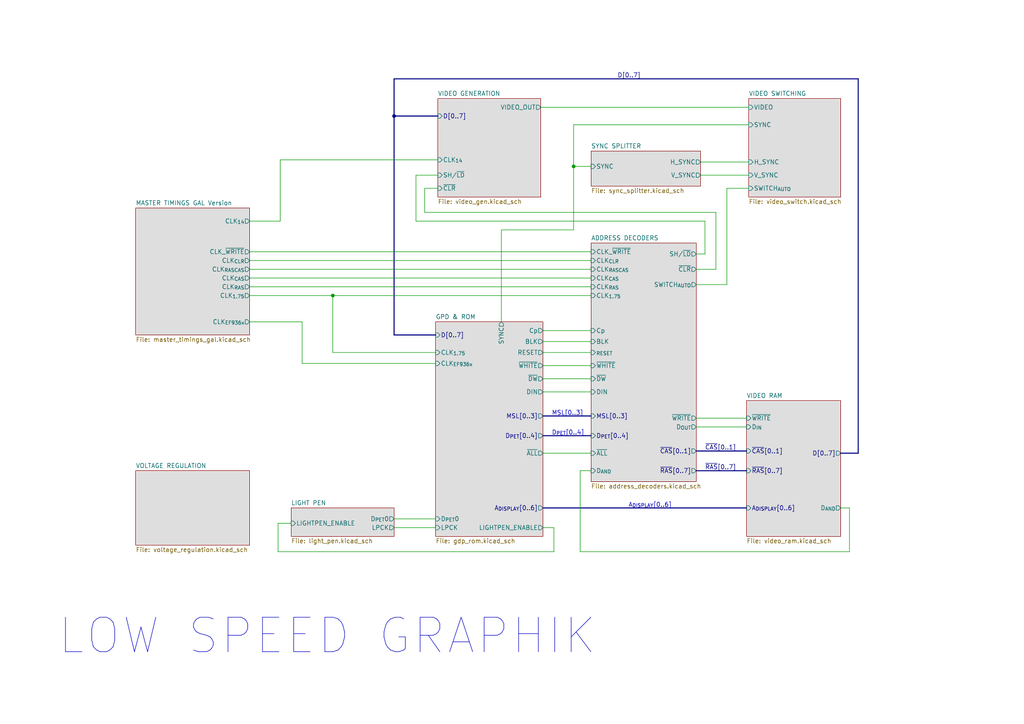
<source format=kicad_sch>
(kicad_sch (version 20211123) (generator eeschema)
  (paper "A4")
  (title_block (title "LOW SPEED GRAPHIK") (date "2022-03-13") (rev "V001") (comment 1 "reverse-engineered in 2022") (comment 2 "creativecommons.org/licenses/by/4.0/") (comment 3 "License: CC BY 4.0") (comment 4 "Author: InsaneDruid"))
  (lib_symbols)
  (junction (at 96.52 85.725))
  (junction (at 114.3 33.655))
  (junction (at 166.37 48.26))
  (wire (pts (xy 207.645 61.595) (xy 123.19 61.595)))
  (wire (pts (xy 210.82 54.61) (xy 217.17 54.61)))
  (bus (pts (xy 114.3 97.155) (xy 126.365 97.155)))
  (wire (pts (xy 246.38 147.32) (xy 246.38 160.02)))
  (wire (pts (xy 166.37 48.26) (xy 171.45 48.26)))
  (wire (pts (xy 157.48 109.855) (xy 171.45 109.855)))
  (wire (pts (xy 72.39 80.645) (xy 171.45 80.645)))
  (bus (pts (xy 114.3 22.86) (xy 248.92 22.86)))
  (wire (pts (xy 96.52 85.725) (xy 96.52 102.235)))
  (wire (pts (xy 120.65 50.8) (xy 127 50.8)))
  (wire (pts (xy 160.655 160.02) (xy 160.655 153.035)))
  (wire (pts (xy 210.82 82.55) (xy 210.82 54.61)))
  (wire (pts (xy 157.48 131.445) (xy 171.45 131.445)))
  (bus (pts (xy 114.3 22.86) (xy 114.3 33.655)))
  (wire (pts (xy 207.645 61.595) (xy 207.645 78.105)))
  (wire (pts (xy 157.48 113.665) (xy 171.45 113.665)))
  (wire (pts (xy 72.39 78.105) (xy 171.45 78.105)))
  (bus (pts (xy 157.48 147.32) (xy 216.535 147.32)))
  (wire (pts (xy 204.47 73.66) (xy 204.47 64.135)))
  (wire (pts (xy 72.39 93.345) (xy 87.63 93.345)))
  (wire (pts (xy 120.65 64.135) (xy 120.65 50.8)))
  (wire (pts (xy 157.48 102.235) (xy 171.45 102.235)))
  (wire (pts (xy 243.84 147.32) (xy 246.38 147.32)))
  (wire (pts (xy 168.275 160.02) (xy 168.275 136.525)))
  (wire (pts (xy 80.645 160.02) (xy 80.645 151.765)))
  (wire (pts (xy 168.275 136.525) (xy 171.45 136.525)))
  (wire (pts (xy 81.28 64.135) (xy 81.28 46.355)))
  (wire (pts (xy 157.48 99.06) (xy 171.45 99.06)))
  (bus (pts (xy 114.3 33.655) (xy 114.3 97.155)))
  (wire (pts (xy 246.38 160.02) (xy 168.275 160.02)))
  (bus (pts (xy 157.48 120.65) (xy 171.45 120.65)))
  (wire (pts (xy 96.52 102.235) (xy 126.365 102.235)))
  (bus (pts (xy 248.92 131.445) (xy 243.84 131.445)))
  (wire (pts (xy 72.39 75.565) (xy 171.45 75.565)))
  (wire (pts (xy 145.415 66.675) (xy 166.37 66.675)))
  (wire (pts (xy 203.2 46.99) (xy 217.17 46.99)))
  (bus (pts (xy 157.48 126.365) (xy 171.45 126.365)))
  (wire (pts (xy 123.19 54.61) (xy 127 54.61)))
  (wire (pts (xy 114.3 153.035) (xy 126.365 153.035)))
  (wire (pts (xy 160.655 153.035) (xy 157.48 153.035)))
  (wire (pts (xy 72.39 85.725) (xy 96.52 85.725)))
  (wire (pts (xy 72.39 83.185) (xy 171.45 83.185)))
  (wire (pts (xy 157.48 106.045) (xy 171.45 106.045)))
  (wire (pts (xy 123.19 61.595) (xy 123.19 54.61)))
  (wire (pts (xy 72.39 64.135) (xy 81.28 64.135)))
  (bus (pts (xy 201.93 130.81) (xy 216.535 130.81)))
  (wire (pts (xy 87.63 105.41) (xy 126.365 105.41)))
  (bus (pts (xy 248.92 22.86) (xy 248.92 131.445)))
  (wire (pts (xy 166.37 36.195) (xy 166.37 48.26)))
  (wire (pts (xy 201.93 73.66) (xy 204.47 73.66)))
  (wire (pts (xy 160.655 160.02) (xy 80.645 160.02)))
  (wire (pts (xy 156.845 31.115) (xy 217.17 31.115)))
  (wire (pts (xy 145.415 93.345) (xy 145.415 66.675)))
  (wire (pts (xy 157.48 95.885) (xy 171.45 95.885)))
  (wire (pts (xy 72.39 73.025) (xy 171.45 73.025)))
  (wire (pts (xy 114.3 150.495) (xy 126.365 150.495)))
  (wire (pts (xy 201.93 121.285) (xy 216.535 121.285)))
  (wire (pts (xy 87.63 93.345) (xy 87.63 105.41)))
  (wire (pts (xy 80.645 151.765) (xy 84.455 151.765)))
  (wire (pts (xy 201.93 82.55) (xy 210.82 82.55)))
  (bus (pts (xy 114.3 33.655) (xy 127 33.655)))
  (bus (pts (xy 201.93 136.525) (xy 216.535 136.525)))
  (wire (pts (xy 81.28 46.355) (xy 127 46.355)))
  (wire (pts (xy 217.17 36.195) (xy 166.37 36.195)))
  (wire (pts (xy 204.47 64.135) (xy 120.65 64.135)))
  (wire (pts (xy 166.37 48.26) (xy 166.37 66.675)))
  (wire (pts (xy 171.45 85.725) (xy 96.52 85.725)))
  (wire (pts (xy 201.93 78.105) (xy 207.645 78.105)))
  (wire (pts (xy 203.2 50.8) (xy 217.17 50.8)))
  (wire (pts (xy 201.93 123.825) (xy 216.535 123.825)))
  (text "D_{PET}[0..4]" (at 160.02 126.365 0) (effects (font (size 1.27 1.27)) (justify left bottom)))
  (text "A_{DISPLAY}[0..6]" (at 182.245 147.32 0) (effects (font (size 1.27 1.27)) (justify left bottom)))
  (text "LOW SPEED GRAPHIK" (at 16.51 190.5 0) (effects (font (size 10 10)) (justify left bottom)))
  (text "MSL[0..3]" (at 160.02 120.65 0) (effects (font (size 1.27 1.27)) (justify left bottom)))
  (label "~{RAS}[0..7]" (at 204.47 136.525 0))
  (label "D[0..7]" (at 179.07 22.86 0))
  (label "~{CAS}[0..1]" (at 204.47 130.81 0))
  (sheet (at 171.45 43.815) (size 31.75 10.16) (stroke (width 0.1524)) (fill (color 222 222 222 1.0000))
    (property "Sheet name" "SYNC SPLITTER" (at 171.45 43.1034 0) (effects (justify left bottom)))
    (property "Sheet file" "sync_splitter.kicad_sch" (at 171.45 54.5596 0) (effects (justify left top)))
    (pin "SYNC" input (at 171.45 48.26 180))
    (pin "H_SYNC" output (at 203.2 46.99 0))
    (pin "V_SYNC" output (at 203.2 50.8 0))
  )
  (sheet (at 171.45 70.485) (size 30.48 69.215) (stroke (width 0.1524)) (fill (color 222 222 222 1.0000))
    (property "Sheet name" "ADDRESS DECODERS" (at 171.45 69.7734 0) (effects (justify left bottom)))
    (property "Sheet file" "address_decoders.kicad_sch" (at 171.45 140.2846 0) (effects (justify left top)))
    (pin "~{DW}" input (at 171.45 109.855 180))
    (pin "CLK_{RAS}" input (at 171.45 83.185 180))
    (pin "CLK_{CAS}" input (at 171.45 80.645 180))
    (pin "~{CLR}" output (at 201.93 78.105 0))
    (pin "~{WHITE}" input (at 171.45 106.045 180))
    (pin "~{ALL}" input (at 171.45 131.445 180))
    (pin "_{RESET}" input (at 171.45 102.235 180))
    (pin "Cp" input (at 171.45 95.885 180))
    (pin "BLK" input (at 171.45 99.06 180))
    (pin "SH{slash}~{LD}" output (at 201.93 73.66 0))
    (pin "~{WRITE}" output (at 201.93 121.285 0))
    (pin "CLK_{1.75}" input (at 171.45 85.725 180))
    (pin "CLK_~{WRITE}" input (at 171.45 73.025 180))
    (pin "D_{AND}" input (at 171.45 136.525 180))
    (pin "SWITCH_{AUTO}" output (at 201.93 82.55 0))
    (pin "D_{OUT}" output (at 201.93 123.825 0))
    (pin "DIN" input (at 171.45 113.665 180))
    (pin "MSL[0..3]" input (at 171.45 120.65 180))
    (pin "D_{PET}[0..4]" input (at 171.45 126.365 180))
    (pin "~{RAS}[0..7]" output (at 201.93 136.525 0))
    (pin "~{CAS}[0..1]" output (at 201.93 130.81 0))
    (pin "CLK_{CLR}" input (at 171.45 75.565 180))
    (pin "CLK_{RASCAS}" input (at 171.45 78.105 180))
  )
  (sheet (at 84.455 147.32) (size 29.845 8.255) (stroke (width 0.1524)) (fill (color 222 222 222 1.0000))
    (property "Sheet name" "LIGHT PEN" (at 84.455 146.6084 0) (effects (justify left bottom)))
    (property "Sheet file" "light_pen.kicad_sch" (at 84.455 156.1596 0) (effects (justify left top)))
    (pin "LPCK" output (at 114.3 153.035 0))
    (pin "LIGHTPEN_ENABLE" input (at 84.455 151.765 180))
    (pin "D_{PET}0" output (at 114.3 150.495 0))
  )
  (sheet (at 126.365 93.345) (size 31.115 62.23) (stroke (width 0.1524)) (fill (color 222 222 222 1.0000))
    (property "Sheet name" "GPD & ROM" (at 126.365 92.6334 0) (effects (justify left bottom)))
    (property "Sheet file" "gdp_rom.kicad_sch" (at 126.365 156.1596 0) (effects (justify left top)))
    (pin "LPCK" input (at 126.365 153.035 180))
    (pin "LIGHTPEN_ENABLE" output (at 157.48 153.035 0))
    (pin "~{ALL}" output (at 157.48 131.445 0))
    (pin "Cp" output (at 157.48 95.885 0))
    (pin "~{WHITE}" output (at 157.48 106.045 0))
    (pin "~{DW}" output (at 157.48 109.855 0))
    (pin "DIN" output (at 157.48 113.665 0))
    (pin "BLK" output (at 157.48 99.06 0))
    (pin "CLK_{1.75}" input (at 126.365 102.235 180))
    (pin "SYNC" output (at 145.415 93.345 90))
    (pin "RESET" output (at 157.48 102.235 0))
    (pin "MSL[0..3]" output (at 157.48 120.65 0))
    (pin "A_{DISPLAY}[0..6]" output (at 157.48 147.32 0))
    (pin "D_{PET}[0..4]" output (at 157.48 126.365 0))
    (pin "D[0..7]" input (at 126.365 97.155 180))
    (pin "D_{PET}0" input (at 126.365 150.495 180))
    (pin "CLK_{EF936x}" input (at 126.365 105.41 180))
  )
  (sheet (at 39.37 60.325) (size 33.02 36.83) (stroke (width 0.1524)) (fill (color 222 222 222 1.0000))
    (property "Sheet name" "MASTER TIMINGS GAL Version" (at 39.37 59.6134 0) (effects (justify left bottom)))
    (property "Sheet file" "master_timings_gal.kicad_sch" (at 39.37 97.7396 0) (effects (justify left top)))
    (pin "CLK_{14}" output (at 72.39 64.135 0))
    (pin "CLK_{RAS}" output (at 72.39 83.185 0))
    (pin "CLK_~{WRITE}" output (at 72.39 73.025 0))
    (pin "CLK_{EF936x}" output (at 72.39 93.345 0))
    (pin "CLK_{CAS}" output (at 72.39 80.645 0))
    (pin "CLK_{1.75}" output (at 72.39 85.725 0))
    (pin "CLK_{CLR}" output (at 72.39 75.565 0))
    (pin "CLK_{RASCAS}" output (at 72.39 78.105 0))
  )
  (sheet (at 216.535 116.205) (size 27.305 39.37) (stroke (width 0.1524)) (fill (color 222 222 222 1.0000))
    (property "Sheet name" "VIDEO RAM" (at 216.535 115.4934 0) (effects (justify left bottom)))
    (property "Sheet file" "video_ram.kicad_sch" (at 216.535 156.1596 0) (effects (justify left top)))
    (pin "~{WRITE}" input (at 216.535 121.285 180))
    (pin "D_{IN}" input (at 216.535 123.825 180))
    (pin "D_{AND}" output (at 243.84 147.32 0))
    (pin "A_{DISPLAY}[0..6]" input (at 216.535 147.32 180))
    (pin "D[0..7]" output (at 243.84 131.445 0))
    (pin "~{RAS}[0..7]" input (at 216.535 136.525 180))
    (pin "~{CAS}[0..1]" input (at 216.535 130.81 180))
  )
  (sheet (at 127 28.575) (size 29.845 28.575) (stroke (width 0.1524)) (fill (color 222 222 222 1.0000))
    (property "Sheet name" "VIDEO GENERATION" (at 127 27.8634 0) (effects (justify left bottom)))
    (property "Sheet file" "video_gen.kicad_sch" (at 127 57.7346 0) (effects (justify left top)))
    (pin "VIDEO_OUT" output (at 156.845 31.115 0))
    (pin "~{CLR}" input (at 127 54.61 180))
    (pin "SH{slash}~{LD}" input (at 127 50.8 180))
    (pin "CLK_{14}" input (at 127 46.355 180))
    (pin "D[0..7]" input (at 127 33.655 180))
  )
  (sheet (at 217.17 28.575) (size 26.67 28.575) (stroke (width 0.1524)) (fill (color 222 222 222 1.0000))
    (property "Sheet name" "VIDEO SWITCHING" (at 217.17 27.8634 0) (effects (justify left bottom)))
    (property "Sheet file" "video_switch.kicad_sch" (at 217.17 57.7346 0) (effects (justify left top)))
    (pin "H_SYNC" input (at 217.17 46.99 180))
    (pin "V_SYNC" input (at 217.17 50.8 180))
    (pin "VIDEO" input (at 217.17 31.115 180))
    (pin "SYNC" input (at 217.17 36.195 180))
    (pin "SWITCH_{AUTO}" input (at 217.17 54.61 180))
  )
  (sheet (at 39.37 136.525) (size 33.02 21.59) (stroke (width 0.1524)) (fill (color 222 222 222 1.0000))
    (property "Sheet name" "VOLTAGE REGULATION" (at 39.37 135.8134 0) (effects (justify left bottom)))
    (property "Sheet file" "voltage_regulation.kicad_sch" (at 39.37 158.6996 0) (effects (justify left top)))
  )
)
</source>
